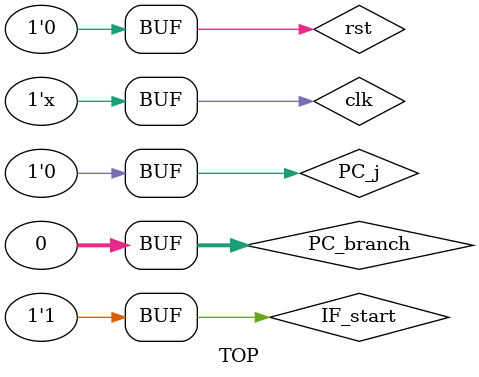
<source format=v>
`timescale 1ns / 1ps


module TOP(

    );
    
    reg                 clk;
    reg                 rst;
    
    // IF input
    reg                IF_start;
    reg                 PC_j;
    reg     [31:0]      PC_branch;
    // IF output
    wire     [31:0]      PC_plus4;
    wire     [31:0]      next_PC;
    wire    [31:0]      instruction;
    wire                id_ena;
    wire            stall_id_out;
    wire            flush;
    
    wire     [31:0]           newpc_ex_out;
    wire                pc_sel_ex_out;
    wire                br_flush_ex_out;
    
    // IF
    IF if_unit(
        .clk(clk),
        .rst(rst),
        .start(IF_start),
        .stall(stall_id_out),
        .PC_jmp(pc_sel_ex_out),        // choose PCPlus4 or nextPC
        .PC_branch(newpc_ex_out),
        .PC_plus4(PC_plus4),
        .flush(flush),
        .br_flush(br_flush_ex_out),
        .next_PC(next_PC),
        .instruction(instruction),
        .id_ena(id_ena)
    );
    
    // ID input
    wire     [4:0]   wbRd_wb_out;
    wire     [31:0]  wbV_wb_out;
    wire             wb_wb_out;
    // ID output
    wire    [31:0]  rs1_val_id_out;
    wire    [31:0]  rs2_val_id_out;
    wire    [31:0]  imm_id_out;
    wire    [4:0]   rd_idx_id_out;
    wire    [3:0]   op_type_id_out;
    wire    [3:0]   alu_type_id_out;
    wire    [3:0]   br_type_id_out;
    wire            operand_type_id_out;
    wire    [31:0]   newpc_id_out;
    wire            pc_sel_id_out;
    wire            rd_pc_id_out;
    wire            rdpc_sel_id_out;
    wire            csr_idx_id_out;
    
    // ID
    ID id_unit(
        .clk(clk),
        .rst(rst),
        .start(id_ena),
        .NPC(next_PC),
        .IR(instruction),
        .wbRd(wbRd_wb_out),
        .wbV(wbV_wb_out),
        .wb(wb_wb_out),
        .br_flush(br_flush_ex_out),
        .rs1_val(rs1_val_id_out),
        .rs2_val(rs2_val_id_out),
        .imm(imm_id_out),
        .rd_idx(rd_idx_id_out),
    // no op(1), load(5), store(3), write rd(1), csr(6)
        .op_type(op_type_id_out),
    // << >> + - ^ & | cmp(<) * / %
        .alu_type(alu_type_id_out),
        .br_type(br_type_id_out),
        .operand_type(operand_type_id_out),
        .npc_id(newpc_id_out),
        .stall(stall_id_out),
        .csr_idx(csr_idx_id_out),
        .flush(flush)
    );
    
    // EX output
    wire    [31:0]      rs1_val_ex_out;        // just forward
    wire    [31:0]      rs2_val_ex_out;
    wire    [31:0]      imm_ex_out;
    wire    [4:0]       rd_idx_ex_out;
    wire    [3:0]       op_type_ex_out;
    wire    [3:0]       csr_idx_ex_out;
    wire    [31:0]      ex_output_ex_out;
    wire                mem_stall_ex_out;
    wire                alu_w_rd_ex_out;
    wire     [3:0]      mask_ex_out;
    wire                store_ena_ex_out;
    
    EX ex_unit(
        .clk(clk),
        .rst(rst),
        .start(~stall_id_out),

        .rs1_val(rs1_val_id_out),
        .rs2_val(rs2_val_id_out),
        .imm(imm_id_out),
        .npc_ex(newpc_id_out),
        .rd_idx(rd_idx_id_out),
        .op_type(op_type_id_out),
        .alu_type(alu_type_id_out),
        .br_type(br_type_id_out),
        .operand2_sel(operand_type_id_out),
        .csr_idx(csr_idx_id_out),
  
        .rs1_val_out(rs1_val_ex_out),        // just forward
        .rs2_val_out(rs2_val_ex_out),
        .imm_out(imm_ex_out),
        .rd_idx_out(rd_idx_ex_out),
        .op_type_out(op_type_ex_out),
        .csr_idx_out(csr_idx_ex_out),

        .ex_output(ex_output_ex_out),           // address or rd_val
        .mem_stall(mem_stall_ex_out),
        .alu_w_rd(alu_w_rd_ex_out),
        .newpc(newpc_ex_out),
        .pc_sel(pc_sel_ex_out),
        .br_flush(br_flush_ex_out),
        .mask(mask_ex_out),
        .store_ena(store_ena_ex_out)
    );
    
    // MEM output
    wire[31:0] rd_val_mem_out;
    wire[4:0] rd_idx_out_mem_out;
    wire[3:0] op_type_out_mem_out;
    wire[31:0] rs1_val_out_mem_out;
    wire[31:0] imm_out_mem_out;
    wire[11:0] csr_idx_out_mem_out;
    wire wb_ena_mem_out;
    
    MEM mem_unit(
        .clk(clk),
        .rst(rst),
        .start(mem_stall_ex_out),

        .ex_output(ex_output_ex_out),
        .rd_idx(rd_idx_ex_out),
        .op_type(op_type_ex_out),
        .rs1_val(rs1_val_ex_out),
        .rs2_val(rs2_val_ex_out),
        .imm(imm_ex_out),
        .csr_idx(csr_idx_ex_out),
        .alu_w_rd(alu_w_rd_ex_out),
        .mask(mask_ex_out),
        .store_ena(store_ena_ex_out),

        .rd_val(rd_val_mem_out),
        .rd_idx_out(rd_idx_out_mem_out),
        .op_type_out(op_type_out_mem_out),
        .rs1_val_out(rs1_val_out_mem_out),
        .imm_out(imm_out_mem_out),
        .csr_idx_out(csr_idx_out_mem_out),
        .wb_ena(wb_ena_mem_out)
        );
         
    
    WB wb_unit(
        .clk(clk),
        .rst(rst),
        .start(IF_start),
        
        .rd_val(rd_val_mem_out),
        .rd_idx(rd_idx_out_mem_out),
        .op_type(op_type_out_mem_out),
        .rs1_val(rs1_val_out_mem_out),
        .imm(imm_out_mem_out),
        .csr_idx(csr_idx_out_mem_out),
        .wb_ena(wb_ena_mem_out),
        .wb(wb_wb_out),
        .wbRd(wbRd_wb_out),
        .wbV(wbV_wb_out)
        );

    
    initial begin
        // IF input
        clk = 1'b0;
        rst = 1'b0;
        IF_start = 1'b1;
        PC_j = 1'b0;
        PC_branch = 32'd0;   
    end
    
    always #50 clk = ~clk;
    
endmodule

</source>
